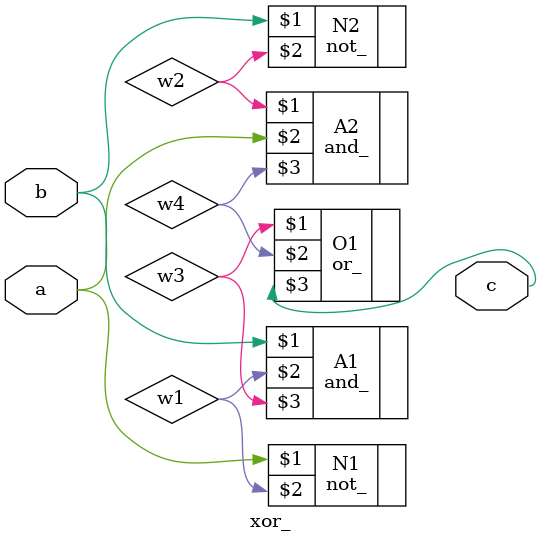
<source format=sv>
module xor_(input a, input b,
				output c);

//assign c = a ^ b;
//assign c = (!a & b) | (a & !b);

//empieza

//logic w;
//
//always_comb begin
//	w = a ^ b;
//end
//
//assign c = w;

//termina


logic w1, w2, w3, w4;

not_ N1(a,w1);
not_ N2(b, w2);

and_ A1(b, w1, w3);
and_ A2(w2, a, w4);

or_ O1(w3, w4, c);
 
endmodule

</source>
